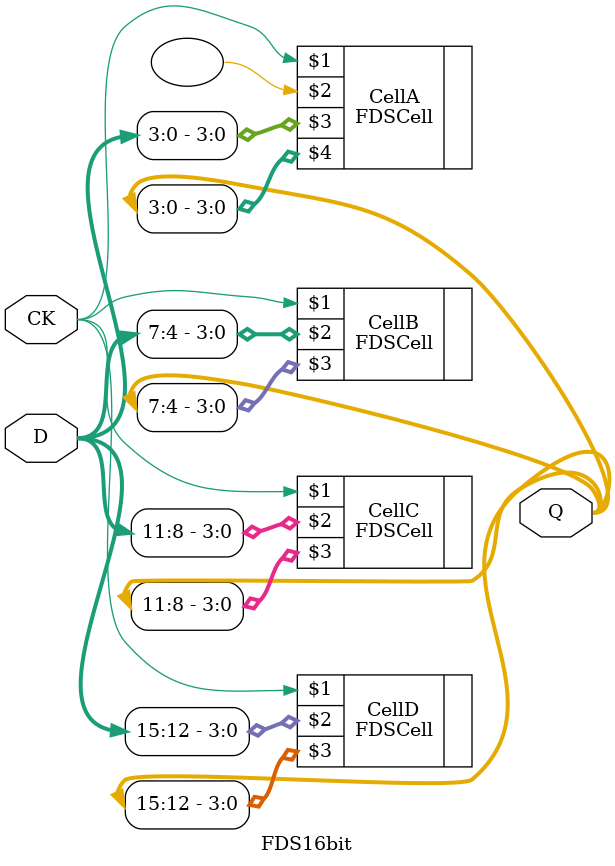
<source format=v>
`timescale 1ns/1ns

module FDS16bit(
	input CK,
	input [15:0] D,
	output [15:0] Q
);

	FDSCell CellA(CK,, D[3:0], Q[3:0]);
	FDSCell CellB(CK, D[7:4], Q[7:4]);
	FDSCell CellC(CK, D[11:8], Q[11:8]);
	FDSCell CellD(CK, D[15:12], Q[15:12]);
	
endmodule

</source>
